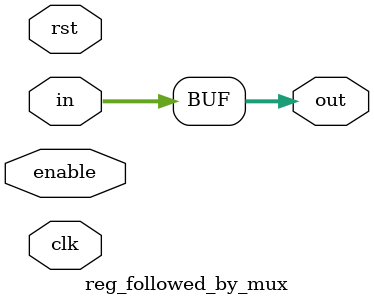
<source format=v>
module reg_followed_by_mux(clk , enable , rst , in , out);
parameter RSTTYPE = "SYNC";
parameter WIDTH = 18;
parameter REG = 0;          //default no reg

input clk , enable , rst;
input [WIDTH-1 : 0] in;
output reg [WIDTH-1 : 0] out;

generate
    if(REG == 0)            //no reg.so,output = input
        begin
          //assign out = in;    //can not use assign with reg output
            always @(*) begin
                out = in;
            end
        end
    else
        begin
            if(RSTTYPE == "SYNC")           //synchronus control signal
                begin
                    always @(posedge clk) begin
                        if(rst)
                            out <= 0;       //non blocking assignment:sequential circuit
                        else if(enable)
                            out <= in;
                        else
                            out <= out;     //to prevent latch creation
                    end
                end
            else if(RSTTYPE == "ASYNC")     // Asynchronus control signal
                begin
                    always @(posedge clk , posedge rst) begin
                        if(rst)
                            out <= 0;
                        else if(enable)
                            out <= in;
                        else
                            out <= out;
                    end
                end
        end
endgenerate
endmodule
</source>
